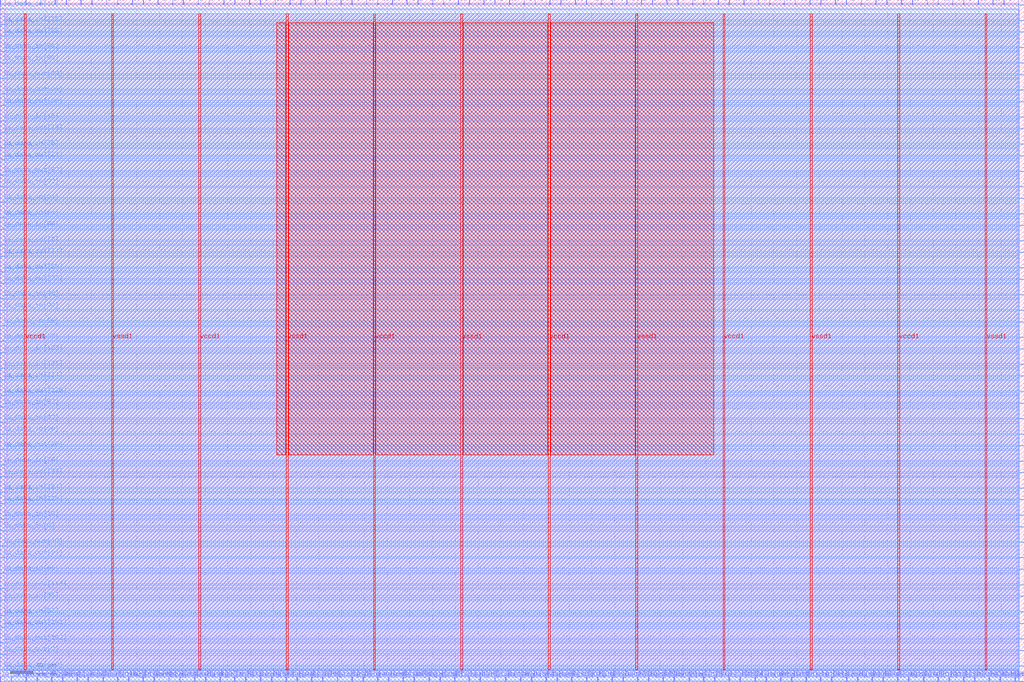
<source format=lef>
VERSION 5.7 ;
  NOWIREEXTENSIONATPIN ON ;
  DIVIDERCHAR "/" ;
  BUSBITCHARS "[]" ;
MACRO FSM
  CLASS BLOCK ;
  FOREIGN FSM ;
  ORIGIN 0.000 0.000 ;
  SIZE 900.000 BY 600.000 ;
  PIN la_data_in[0]
    DIRECTION INPUT ;
    USE SIGNAL ;
    PORT
      LAYER met3 ;
        RECT 0.000 132.640 4.000 133.240 ;
    END
  END la_data_in[0]
  PIN la_data_in[100]
    DIRECTION INPUT ;
    USE SIGNAL ;
    PORT
      LAYER met3 ;
        RECT 896.000 278.840 900.000 279.440 ;
    END
  END la_data_in[100]
  PIN la_data_in[101]
    DIRECTION INPUT ;
    USE SIGNAL ;
    PORT
      LAYER met2 ;
        RECT 711.710 596.000 711.990 600.000 ;
    END
  END la_data_in[101]
  PIN la_data_in[102]
    DIRECTION INPUT ;
    USE SIGNAL ;
    PORT
      LAYER met2 ;
        RECT 93.470 596.000 93.750 600.000 ;
    END
  END la_data_in[102]
  PIN la_data_in[103]
    DIRECTION INPUT ;
    USE SIGNAL ;
    PORT
      LAYER met2 ;
        RECT 389.710 596.000 389.990 600.000 ;
    END
  END la_data_in[103]
  PIN la_data_in[104]
    DIRECTION INPUT ;
    USE SIGNAL ;
    PORT
      LAYER met3 ;
        RECT 0.000 166.640 4.000 167.240 ;
    END
  END la_data_in[104]
  PIN la_data_in[105]
    DIRECTION INPUT ;
    USE SIGNAL ;
    PORT
      LAYER met2 ;
        RECT 731.030 0.000 731.310 4.000 ;
    END
  END la_data_in[105]
  PIN la_data_in[106]
    DIRECTION INPUT ;
    USE SIGNAL ;
    PORT
      LAYER met2 ;
        RECT 354.290 0.000 354.570 4.000 ;
    END
  END la_data_in[106]
  PIN la_data_in[107]
    DIRECTION INPUT ;
    USE SIGNAL ;
    PORT
      LAYER met3 ;
        RECT 896.000 363.840 900.000 364.440 ;
    END
  END la_data_in[107]
  PIN la_data_in[108]
    DIRECTION INPUT ;
    USE SIGNAL ;
    PORT
      LAYER met3 ;
        RECT 896.000 292.440 900.000 293.040 ;
    END
  END la_data_in[108]
  PIN la_data_in[109]
    DIRECTION INPUT ;
    USE SIGNAL ;
    PORT
      LAYER met2 ;
        RECT 170.750 0.000 171.030 4.000 ;
    END
  END la_data_in[109]
  PIN la_data_in[10]
    DIRECTION INPUT ;
    USE SIGNAL ;
    PORT
      LAYER met3 ;
        RECT 0.000 142.840 4.000 143.440 ;
    END
  END la_data_in[10]
  PIN la_data_in[110]
    DIRECTION INPUT ;
    USE SIGNAL ;
    PORT
      LAYER met3 ;
        RECT 0.000 156.440 4.000 157.040 ;
    END
  END la_data_in[110]
  PIN la_data_in[111]
    DIRECTION INPUT ;
    USE SIGNAL ;
    PORT
      LAYER met2 ;
        RECT 798.650 0.000 798.930 4.000 ;
    END
  END la_data_in[111]
  PIN la_data_in[112]
    DIRECTION INPUT ;
    USE SIGNAL ;
    PORT
      LAYER met2 ;
        RECT 586.130 596.000 586.410 600.000 ;
    END
  END la_data_in[112]
  PIN la_data_in[113]
    DIRECTION INPUT ;
    USE SIGNAL ;
    PORT
      LAYER met2 ;
        RECT 264.130 596.000 264.410 600.000 ;
    END
  END la_data_in[113]
  PIN la_data_in[114]
    DIRECTION INPUT ;
    USE SIGNAL ;
    PORT
      LAYER met3 ;
        RECT 0.000 265.240 4.000 265.840 ;
    END
  END la_data_in[114]
  PIN la_data_in[115]
    DIRECTION INPUT ;
    USE SIGNAL ;
    PORT
      LAYER met2 ;
        RECT 698.830 596.000 699.110 600.000 ;
    END
  END la_data_in[115]
  PIN la_data_in[116]
    DIRECTION INPUT ;
    USE SIGNAL ;
    PORT
      LAYER met3 ;
        RECT 896.000 255.040 900.000 255.640 ;
    END
  END la_data_in[116]
  PIN la_data_in[117]
    DIRECTION INPUT ;
    USE SIGNAL ;
    PORT
      LAYER met2 ;
        RECT 766.450 0.000 766.730 4.000 ;
    END
  END la_data_in[117]
  PIN la_data_in[118]
    DIRECTION INPUT ;
    USE SIGNAL ;
    PORT
      LAYER met2 ;
        RECT 380.050 596.000 380.330 600.000 ;
    END
  END la_data_in[118]
  PIN la_data_in[119]
    DIRECTION INPUT ;
    USE SIGNAL ;
    PORT
      LAYER met2 ;
        RECT 35.510 596.000 35.790 600.000 ;
    END
  END la_data_in[119]
  PIN la_data_in[11]
    DIRECTION INPUT ;
    USE SIGNAL ;
    PORT
      LAYER met2 ;
        RECT 573.250 596.000 573.530 600.000 ;
    END
  END la_data_in[11]
  PIN la_data_in[120]
    DIRECTION INPUT ;
    USE SIGNAL ;
    PORT
      LAYER met3 ;
        RECT 0.000 10.240 4.000 10.840 ;
    END
  END la_data_in[120]
  PIN la_data_in[121]
    DIRECTION INPUT ;
    USE SIGNAL ;
    PORT
      LAYER met2 ;
        RECT 344.630 596.000 344.910 600.000 ;
    END
  END la_data_in[121]
  PIN la_data_in[122]
    DIRECTION INPUT ;
    USE SIGNAL ;
    PORT
      LAYER met2 ;
        RECT 882.370 596.000 882.650 600.000 ;
    END
  END la_data_in[122]
  PIN la_data_in[123]
    DIRECTION INPUT ;
    USE SIGNAL ;
    PORT
      LAYER met3 ;
        RECT 0.000 289.040 4.000 289.640 ;
    END
  END la_data_in[123]
  PIN la_data_in[124]
    DIRECTION INPUT ;
    USE SIGNAL ;
    PORT
      LAYER met3 ;
        RECT 896.000 244.840 900.000 245.440 ;
    END
  END la_data_in[124]
  PIN la_data_in[125]
    DIRECTION INPUT ;
    USE SIGNAL ;
    PORT
      LAYER met3 ;
        RECT 0.000 578.040 4.000 578.640 ;
    END
  END la_data_in[125]
  PIN la_data_in[126]
    DIRECTION INPUT ;
    USE SIGNAL ;
    PORT
      LAYER met3 ;
        RECT 0.000 275.440 4.000 276.040 ;
    END
  END la_data_in[126]
  PIN la_data_in[127]
    DIRECTION INPUT ;
    USE SIGNAL ;
    PORT
      LAYER met2 ;
        RECT 618.330 0.000 618.610 4.000 ;
    END
  END la_data_in[127]
  PIN la_data_in[12]
    DIRECTION INPUT ;
    USE SIGNAL ;
    PORT
      LAYER met2 ;
        RECT 215.830 0.000 216.110 4.000 ;
    END
  END la_data_in[12]
  PIN la_data_in[13]
    DIRECTION INPUT ;
    USE SIGNAL ;
    PORT
      LAYER met3 ;
        RECT 896.000 159.840 900.000 160.440 ;
    END
  END la_data_in[13]
  PIN la_data_in[14]
    DIRECTION INPUT ;
    USE SIGNAL ;
    PORT
      LAYER met2 ;
        RECT 58.050 596.000 58.330 600.000 ;
    END
  END la_data_in[14]
  PIN la_data_in[15]
    DIRECTION INPUT ;
    USE SIGNAL ;
    PORT
      LAYER met3 ;
        RECT 0.000 493.040 4.000 493.640 ;
    END
  END la_data_in[15]
  PIN la_data_in[16]
    DIRECTION INPUT ;
    USE SIGNAL ;
    PORT
      LAYER met2 ;
        RECT 138.550 596.000 138.830 600.000 ;
    END
  END la_data_in[16]
  PIN la_data_in[17]
    DIRECTION INPUT ;
    USE SIGNAL ;
    PORT
      LAYER met2 ;
        RECT 112.790 0.000 113.070 4.000 ;
    END
  END la_data_in[17]
  PIN la_data_in[18]
    DIRECTION INPUT ;
    USE SIGNAL ;
    PORT
      LAYER met3 ;
        RECT 0.000 591.640 4.000 592.240 ;
    END
  END la_data_in[18]
  PIN la_data_in[19]
    DIRECTION INPUT ;
    USE SIGNAL ;
    PORT
      LAYER met2 ;
        RECT 32.290 0.000 32.570 4.000 ;
    END
  END la_data_in[19]
  PIN la_data_in[1]
    DIRECTION INPUT ;
    USE SIGNAL ;
    PORT
      LAYER met3 ;
        RECT 896.000 326.440 900.000 327.040 ;
    END
  END la_data_in[1]
  PIN la_data_in[20]
    DIRECTION INPUT ;
    USE SIGNAL ;
    PORT
      LAYER met2 ;
        RECT 689.170 596.000 689.450 600.000 ;
    END
  END la_data_in[20]
  PIN la_data_in[21]
    DIRECTION INPUT ;
    USE SIGNAL ;
    PORT
      LAYER met3 ;
        RECT 896.000 146.240 900.000 146.840 ;
    END
  END la_data_in[21]
  PIN la_data_in[22]
    DIRECTION INPUT ;
    USE SIGNAL ;
    PORT
      LAYER met2 ;
        RECT 363.950 0.000 364.230 4.000 ;
    END
  END la_data_in[22]
  PIN la_data_in[23]
    DIRECTION INPUT ;
    USE SIGNAL ;
    PORT
      LAYER met2 ;
        RECT 260.910 0.000 261.190 4.000 ;
    END
  END la_data_in[23]
  PIN la_data_in[24]
    DIRECTION INPUT ;
    USE SIGNAL ;
    PORT
      LAYER met2 ;
        RECT 0.090 596.000 0.370 600.000 ;
    END
  END la_data_in[24]
  PIN la_data_in[25]
    DIRECTION INPUT ;
    USE SIGNAL ;
    PORT
      LAYER met2 ;
        RECT 537.830 596.000 538.110 600.000 ;
    END
  END la_data_in[25]
  PIN la_data_in[26]
    DIRECTION INPUT ;
    USE SIGNAL ;
    PORT
      LAYER met3 ;
        RECT 896.000 74.840 900.000 75.440 ;
    END
  END la_data_in[26]
  PIN la_data_in[27]
    DIRECTION INPUT ;
    USE SIGNAL ;
    PORT
      LAYER met3 ;
        RECT 0.000 299.240 4.000 299.840 ;
    END
  END la_data_in[27]
  PIN la_data_in[28]
    DIRECTION INPUT ;
    USE SIGNAL ;
    PORT
      LAYER met3 ;
        RECT 896.000 0.040 900.000 0.640 ;
    END
  END la_data_in[28]
  PIN la_data_in[29]
    DIRECTION INPUT ;
    USE SIGNAL ;
    PORT
      LAYER met2 ;
        RECT 895.250 596.000 895.530 600.000 ;
    END
  END la_data_in[29]
  PIN la_data_in[2]
    DIRECTION INPUT ;
    USE SIGNAL ;
    PORT
      LAYER met3 ;
        RECT 896.000 571.240 900.000 571.840 ;
    END
  END la_data_in[2]
  PIN la_data_in[30]
    DIRECTION INPUT ;
    USE SIGNAL ;
    PORT
      LAYER met3 ;
        RECT 896.000 353.640 900.000 354.240 ;
    END
  END la_data_in[30]
  PIN la_data_in[31]
    DIRECTION INPUT ;
    USE SIGNAL ;
    PORT
      LAYER met2 ;
        RECT 618.330 596.000 618.610 600.000 ;
    END
  END la_data_in[31]
  PIN la_data_in[32]
    DIRECTION INPUT ;
    USE SIGNAL ;
    PORT
      LAYER met2 ;
        RECT 283.450 0.000 283.730 4.000 ;
    END
  END la_data_in[32]
  PIN la_data_in[33]
    DIRECTION INPUT ;
    USE SIGNAL ;
    PORT
      LAYER met2 ;
        RECT 399.370 0.000 399.650 4.000 ;
    END
  END la_data_in[33]
  PIN la_data_in[34]
    DIRECTION INPUT ;
    USE SIGNAL ;
    PORT
      LAYER met2 ;
        RECT 570.030 0.000 570.310 4.000 ;
    END
  END la_data_in[34]
  PIN la_data_in[35]
    DIRECTION INPUT ;
    USE SIGNAL ;
    PORT
      LAYER met2 ;
        RECT 241.590 596.000 241.870 600.000 ;
    END
  END la_data_in[35]
  PIN la_data_in[36]
    DIRECTION INPUT ;
    USE SIGNAL ;
    PORT
      LAYER met3 ;
        RECT 896.000 520.240 900.000 520.840 ;
    END
  END la_data_in[36]
  PIN la_data_in[37]
    DIRECTION INPUT ;
    USE SIGNAL ;
    PORT
      LAYER met2 ;
        RECT 695.610 0.000 695.890 4.000 ;
    END
  END la_data_in[37]
  PIN la_data_in[38]
    DIRECTION INPUT ;
    USE SIGNAL ;
    PORT
      LAYER met2 ;
        RECT 856.610 0.000 856.890 4.000 ;
    END
  END la_data_in[38]
  PIN la_data_in[39]
    DIRECTION INPUT ;
    USE SIGNAL ;
    PORT
      LAYER met3 ;
        RECT 896.000 387.640 900.000 388.240 ;
    END
  END la_data_in[39]
  PIN la_data_in[3]
    DIRECTION INPUT ;
    USE SIGNAL ;
    PORT
      LAYER met2 ;
        RECT 769.670 596.000 769.950 600.000 ;
    END
  END la_data_in[3]
  PIN la_data_in[40]
    DIRECTION INPUT ;
    USE SIGNAL ;
    PORT
      LAYER met2 ;
        RECT 296.330 0.000 296.610 4.000 ;
    END
  END la_data_in[40]
  PIN la_data_in[41]
    DIRECTION INPUT ;
    USE SIGNAL ;
    PORT
      LAYER met3 ;
        RECT 896.000 435.240 900.000 435.840 ;
    END
  END la_data_in[41]
  PIN la_data_in[42]
    DIRECTION INPUT ;
    USE SIGNAL ;
    PORT
      LAYER met3 ;
        RECT 0.000 227.840 4.000 228.440 ;
    END
  END la_data_in[42]
  PIN la_data_in[43]
    DIRECTION INPUT ;
    USE SIGNAL ;
    PORT
      LAYER met2 ;
        RECT 277.010 596.000 277.290 600.000 ;
    END
  END la_data_in[43]
  PIN la_data_in[44]
    DIRECTION INPUT ;
    USE SIGNAL ;
    PORT
      LAYER met3 ;
        RECT 896.000 217.640 900.000 218.240 ;
    END
  END la_data_in[44]
  PIN la_data_in[45]
    DIRECTION INPUT ;
    USE SIGNAL ;
    PORT
      LAYER met3 ;
        RECT 896.000 544.040 900.000 544.640 ;
    END
  END la_data_in[45]
  PIN la_data_in[46]
    DIRECTION INPUT ;
    USE SIGNAL ;
    PORT
      LAYER met2 ;
        RECT 846.950 0.000 847.230 4.000 ;
    END
  END la_data_in[46]
  PIN la_data_in[47]
    DIRECTION INPUT ;
    USE SIGNAL ;
    PORT
      LAYER met2 ;
        RECT 180.410 0.000 180.690 4.000 ;
    END
  END la_data_in[47]
  PIN la_data_in[48]
    DIRECTION INPUT ;
    USE SIGNAL ;
    PORT
      LAYER met2 ;
        RECT 444.450 0.000 444.730 4.000 ;
    END
  END la_data_in[48]
  PIN la_data_in[49]
    DIRECTION INPUT ;
    USE SIGNAL ;
    PORT
      LAYER met2 ;
        RECT 492.750 596.000 493.030 600.000 ;
    END
  END la_data_in[49]
  PIN la_data_in[4]
    DIRECTION INPUT ;
    USE SIGNAL ;
    PORT
      LAYER met2 ;
        RECT 627.990 0.000 628.270 4.000 ;
    END
  END la_data_in[4]
  PIN la_data_in[50]
    DIRECTION INPUT ;
    USE SIGNAL ;
    PORT
      LAYER met3 ;
        RECT 0.000 554.240 4.000 554.840 ;
    END
  END la_data_in[50]
  PIN la_data_in[51]
    DIRECTION INPUT ;
    USE SIGNAL ;
    PORT
      LAYER met2 ;
        RECT 814.750 596.000 815.030 600.000 ;
    END
  END la_data_in[51]
  PIN la_data_in[52]
    DIRECTION INPUT ;
    USE SIGNAL ;
    PORT
      LAYER met2 ;
        RECT 756.790 596.000 757.070 600.000 ;
    END
  END la_data_in[52]
  PIN la_data_in[53]
    DIRECTION INPUT ;
    USE SIGNAL ;
    PORT
      LAYER met3 ;
        RECT 0.000 241.440 4.000 242.040 ;
    END
  END la_data_in[53]
  PIN la_data_in[54]
    DIRECTION INPUT ;
    USE SIGNAL ;
    PORT
      LAYER met2 ;
        RECT 563.590 596.000 563.870 600.000 ;
    END
  END la_data_in[54]
  PIN la_data_in[55]
    DIRECTION INPUT ;
    USE SIGNAL ;
    PORT
      LAYER met2 ;
        RECT 421.910 0.000 422.190 4.000 ;
    END
  END la_data_in[55]
  PIN la_data_in[56]
    DIRECTION INPUT ;
    USE SIGNAL ;
    PORT
      LAYER met2 ;
        RECT 502.410 0.000 502.690 4.000 ;
    END
  END la_data_in[56]
  PIN la_data_in[57]
    DIRECTION INPUT ;
    USE SIGNAL ;
    PORT
      LAYER met3 ;
        RECT 0.000 57.840 4.000 58.440 ;
    END
  END la_data_in[57]
  PIN la_data_in[58]
    DIRECTION INPUT ;
    USE SIGNAL ;
    PORT
      LAYER met3 ;
        RECT 0.000 312.840 4.000 313.440 ;
    END
  END la_data_in[58]
  PIN la_data_in[59]
    DIRECTION INPUT ;
    USE SIGNAL ;
    PORT
      LAYER met2 ;
        RECT 592.570 0.000 592.850 4.000 ;
    END
  END la_data_in[59]
  PIN la_data_in[5]
    DIRECTION INPUT ;
    USE SIGNAL ;
    PORT
      LAYER met3 ;
        RECT 896.000 472.640 900.000 473.240 ;
    END
  END la_data_in[5]
  PIN la_data_in[60]
    DIRECTION INPUT ;
    USE SIGNAL ;
    PORT
      LAYER met3 ;
        RECT 0.000 544.040 4.000 544.640 ;
    END
  END la_data_in[60]
  PIN la_data_in[61]
    DIRECTION INPUT ;
    USE SIGNAL ;
    PORT
      LAYER met2 ;
        RECT 650.530 0.000 650.810 4.000 ;
    END
  END la_data_in[61]
  PIN la_data_in[62]
    DIRECTION INPUT ;
    USE SIGNAL ;
    PORT
      LAYER met2 ;
        RECT 743.910 596.000 744.190 600.000 ;
    END
  END la_data_in[62]
  PIN la_data_in[63]
    DIRECTION INPUT ;
    USE SIGNAL ;
    PORT
      LAYER met2 ;
        RECT 663.410 0.000 663.690 4.000 ;
    END
  END la_data_in[63]
  PIN la_data_in[64]
    DIRECTION INPUT ;
    USE SIGNAL ;
    PORT
      LAYER met2 ;
        RECT 309.210 0.000 309.490 4.000 ;
    END
  END la_data_in[64]
  PIN la_data_in[65]
    DIRECTION INPUT ;
    USE SIGNAL ;
    PORT
      LAYER met3 ;
        RECT 896.000 411.440 900.000 412.040 ;
    END
  END la_data_in[65]
  PIN la_data_in[66]
    DIRECTION INPUT ;
    USE SIGNAL ;
    PORT
      LAYER met2 ;
        RECT 402.590 596.000 402.870 600.000 ;
    END
  END la_data_in[66]
  PIN la_data_in[67]
    DIRECTION INPUT ;
    USE SIGNAL ;
    PORT
      LAYER met2 ;
        RECT 90.250 0.000 90.530 4.000 ;
    END
  END la_data_in[67]
  PIN la_data_in[68]
    DIRECTION INPUT ;
    USE SIGNAL ;
    PORT
      LAYER met2 ;
        RECT 460.550 596.000 460.830 600.000 ;
    END
  END la_data_in[68]
  PIN la_data_in[69]
    DIRECTION INPUT ;
    USE SIGNAL ;
    PORT
      LAYER met2 ;
        RECT 196.510 596.000 196.790 600.000 ;
    END
  END la_data_in[69]
  PIN la_data_in[6]
    DIRECTION INPUT ;
    USE SIGNAL ;
    PORT
      LAYER met2 ;
        RECT 673.070 0.000 673.350 4.000 ;
    END
  END la_data_in[6]
  PIN la_data_in[70]
    DIRECTION INPUT ;
    USE SIGNAL ;
    PORT
      LAYER met3 ;
        RECT 896.000 27.240 900.000 27.840 ;
    END
  END la_data_in[70]
  PIN la_data_in[71]
    DIRECTION INPUT ;
    USE SIGNAL ;
    PORT
      LAYER met2 ;
        RECT 228.710 596.000 228.990 600.000 ;
    END
  END la_data_in[71]
  PIN la_data_in[72]
    DIRECTION INPUT ;
    USE SIGNAL ;
    PORT
      LAYER met2 ;
        RECT 676.290 596.000 676.570 600.000 ;
    END
  END la_data_in[72]
  PIN la_data_in[73]
    DIRECTION INPUT ;
    USE SIGNAL ;
    PORT
      LAYER met2 ;
        RECT 125.670 0.000 125.950 4.000 ;
    END
  END la_data_in[73]
  PIN la_data_in[74]
    DIRECTION INPUT ;
    USE SIGNAL ;
    PORT
      LAYER met2 ;
        RECT 743.910 0.000 744.190 4.000 ;
    END
  END la_data_in[74]
  PIN la_data_in[75]
    DIRECTION INPUT ;
    USE SIGNAL ;
    PORT
      LAYER met2 ;
        RECT 309.210 596.000 309.490 600.000 ;
    END
  END la_data_in[75]
  PIN la_data_in[76]
    DIRECTION INPUT ;
    USE SIGNAL ;
    PORT
      LAYER met3 ;
        RECT 896.000 183.640 900.000 184.240 ;
    END
  END la_data_in[76]
  PIN la_data_in[77]
    DIRECTION INPUT ;
    USE SIGNAL ;
    PORT
      LAYER met2 ;
        RECT 77.370 0.000 77.650 4.000 ;
    END
  END la_data_in[77]
  PIN la_data_in[78]
    DIRECTION INPUT ;
    USE SIGNAL ;
    PORT
      LAYER met3 ;
        RECT 0.000 469.240 4.000 469.840 ;
    END
  END la_data_in[78]
  PIN la_data_in[79]
    DIRECTION INPUT ;
    USE SIGNAL ;
    PORT
      LAYER met3 ;
        RECT 0.000 190.440 4.000 191.040 ;
    END
  END la_data_in[79]
  PIN la_data_in[7]
    DIRECTION INPUT ;
    USE SIGNAL ;
    PORT
      LAYER met3 ;
        RECT 896.000 51.040 900.000 51.640 ;
    END
  END la_data_in[7]
  PIN la_data_in[80]
    DIRECTION INPUT ;
    USE SIGNAL ;
    PORT
      LAYER met2 ;
        RECT 331.750 596.000 332.030 600.000 ;
    END
  END la_data_in[80]
  PIN la_data_in[81]
    DIRECTION INPUT ;
    USE SIGNAL ;
    PORT
      LAYER met2 ;
        RECT 869.490 0.000 869.770 4.000 ;
    END
  END la_data_in[81]
  PIN la_data_in[82]
    DIRECTION INPUT ;
    USE SIGNAL ;
    PORT
      LAYER met2 ;
        RECT 22.630 596.000 22.910 600.000 ;
    END
  END la_data_in[82]
  PIN la_data_in[83]
    DIRECTION INPUT ;
    USE SIGNAL ;
    PORT
      LAYER met2 ;
        RECT 357.510 596.000 357.790 600.000 ;
    END
  END la_data_in[83]
  PIN la_data_in[84]
    DIRECTION INPUT ;
    USE SIGNAL ;
    PORT
      LAYER met3 ;
        RECT 0.000 408.040 4.000 408.640 ;
    END
  END la_data_in[84]
  PIN la_data_in[85]
    DIRECTION INPUT ;
    USE SIGNAL ;
    PORT
      LAYER met3 ;
        RECT 0.000 71.440 4.000 72.040 ;
    END
  END la_data_in[85]
  PIN la_data_in[86]
    DIRECTION INPUT ;
    USE SIGNAL ;
    PORT
      LAYER met3 ;
        RECT 0.000 336.640 4.000 337.240 ;
    END
  END la_data_in[86]
  PIN la_data_in[87]
    DIRECTION INPUT ;
    USE SIGNAL ;
    PORT
      LAYER met2 ;
        RECT 528.170 596.000 528.450 600.000 ;
    END
  END la_data_in[87]
  PIN la_data_in[88]
    DIRECTION INPUT ;
    USE SIGNAL ;
    PORT
      LAYER met2 ;
        RECT 251.250 0.000 251.530 4.000 ;
    END
  END la_data_in[88]
  PIN la_data_in[89]
    DIRECTION INPUT ;
    USE SIGNAL ;
    PORT
      LAYER met3 ;
        RECT 0.000 95.240 4.000 95.840 ;
    END
  END la_data_in[89]
  PIN la_data_in[8]
    DIRECTION INPUT ;
    USE SIGNAL ;
    PORT
      LAYER met2 ;
        RECT 550.710 596.000 550.990 600.000 ;
    END
  END la_data_in[8]
  PIN la_data_in[90]
    DIRECTION INPUT ;
    USE SIGNAL ;
    PORT
      LAYER met3 ;
        RECT 0.000 326.440 4.000 327.040 ;
    END
  END la_data_in[90]
  PIN la_data_in[91]
    DIRECTION INPUT ;
    USE SIGNAL ;
    PORT
      LAYER met3 ;
        RECT 0.000 421.640 4.000 422.240 ;
    END
  END la_data_in[91]
  PIN la_data_in[92]
    DIRECTION INPUT ;
    USE SIGNAL ;
    PORT
      LAYER met3 ;
        RECT 0.000 435.240 4.000 435.840 ;
    END
  END la_data_in[92]
  PIN la_data_in[93]
    DIRECTION INPUT ;
    USE SIGNAL ;
    PORT
      LAYER met2 ;
        RECT 70.930 596.000 71.210 600.000 ;
    END
  END la_data_in[93]
  PIN la_data_in[94]
    DIRECTION INPUT ;
    USE SIGNAL ;
    PORT
      LAYER met2 ;
        RECT 228.710 0.000 228.990 4.000 ;
    END
  END la_data_in[94]
  PIN la_data_in[95]
    DIRECTION INPUT ;
    USE SIGNAL ;
    PORT
      LAYER met3 ;
        RECT 896.000 231.240 900.000 231.840 ;
    END
  END la_data_in[95]
  PIN la_data_in[96]
    DIRECTION INPUT ;
    USE SIGNAL ;
    PORT
      LAYER met3 ;
        RECT 896.000 595.040 900.000 595.640 ;
    END
  END la_data_in[96]
  PIN la_data_in[97]
    DIRECTION INPUT ;
    USE SIGNAL ;
    PORT
      LAYER met2 ;
        RECT 219.050 596.000 219.330 600.000 ;
    END
  END la_data_in[97]
  PIN la_data_in[98]
    DIRECTION INPUT ;
    USE SIGNAL ;
    PORT
      LAYER met3 ;
        RECT 0.000 217.640 4.000 218.240 ;
    END
  END la_data_in[98]
  PIN la_data_in[99]
    DIRECTION INPUT ;
    USE SIGNAL ;
    PORT
      LAYER met3 ;
        RECT 0.000 397.840 4.000 398.440 ;
    END
  END la_data_in[99]
  PIN la_data_in[9]
    DIRECTION INPUT ;
    USE SIGNAL ;
    PORT
      LAYER met2 ;
        RECT 116.010 596.000 116.290 600.000 ;
    END
  END la_data_in[9]
  PIN la_data_out[0]
    DIRECTION OUTPUT TRISTATE ;
    USE SIGNAL ;
    PORT
      LAYER met3 ;
        RECT 0.000 384.240 4.000 384.840 ;
    END
  END la_data_out[0]
  PIN la_data_out[100]
    DIRECTION OUTPUT TRISTATE ;
    USE SIGNAL ;
    PORT
      LAYER met2 ;
        RECT 483.090 596.000 483.370 600.000 ;
    END
  END la_data_out[100]
  PIN la_data_out[101]
    DIRECTION OUTPUT TRISTATE ;
    USE SIGNAL ;
    PORT
      LAYER met3 ;
        RECT 0.000 47.640 4.000 48.240 ;
    END
  END la_data_out[101]
  PIN la_data_out[102]
    DIRECTION OUTPUT TRISTATE ;
    USE SIGNAL ;
    PORT
      LAYER met3 ;
        RECT 0.000 34.040 4.000 34.640 ;
    END
  END la_data_out[102]
  PIN la_data_out[103]
    DIRECTION OUTPUT TRISTATE ;
    USE SIGNAL ;
    PORT
      LAYER met2 ;
        RECT 470.210 596.000 470.490 600.000 ;
    END
  END la_data_out[103]
  PIN la_data_out[104]
    DIRECTION OUTPUT TRISTATE ;
    USE SIGNAL ;
    PORT
      LAYER met2 ;
        RECT 824.410 0.000 824.690 4.000 ;
    END
  END la_data_out[104]
  PIN la_data_out[105]
    DIRECTION OUTPUT TRISTATE ;
    USE SIGNAL ;
    PORT
      LAYER met2 ;
        RECT 412.250 0.000 412.530 4.000 ;
    END
  END la_data_out[105]
  PIN la_data_out[106]
    DIRECTION OUTPUT TRISTATE ;
    USE SIGNAL ;
    PORT
      LAYER met3 ;
        RECT 896.000 268.640 900.000 269.240 ;
    END
  END la_data_out[106]
  PIN la_data_out[107]
    DIRECTION OUTPUT TRISTATE ;
    USE SIGNAL ;
    PORT
      LAYER met2 ;
        RECT 605.450 0.000 605.730 4.000 ;
    END
  END la_data_out[107]
  PIN la_data_out[108]
    DIRECTION OUTPUT TRISTATE ;
    USE SIGNAL ;
    PORT
      LAYER met3 ;
        RECT 896.000 448.840 900.000 449.440 ;
    END
  END la_data_out[108]
  PIN la_data_out[109]
    DIRECTION OUTPUT TRISTATE ;
    USE SIGNAL ;
    PORT
      LAYER met2 ;
        RECT 515.290 0.000 515.570 4.000 ;
    END
  END la_data_out[109]
  PIN la_data_out[10]
    DIRECTION OUTPUT TRISTATE ;
    USE SIGNAL ;
    PORT
      LAYER met2 ;
        RECT 837.290 596.000 837.570 600.000 ;
    END
  END la_data_out[10]
  PIN la_data_out[110]
    DIRECTION OUTPUT TRISTATE ;
    USE SIGNAL ;
    PORT
      LAYER met2 ;
        RECT 67.710 0.000 67.990 4.000 ;
    END
  END la_data_out[110]
  PIN la_data_out[111]
    DIRECTION OUTPUT TRISTATE ;
    USE SIGNAL ;
    PORT
      LAYER met2 ;
        RECT 834.070 0.000 834.350 4.000 ;
    END
  END la_data_out[111]
  PIN la_data_out[112]
    DIRECTION OUTPUT TRISTATE ;
    USE SIGNAL ;
    PORT
      LAYER met2 ;
        RECT 318.870 0.000 319.150 4.000 ;
    END
  END la_data_out[112]
  PIN la_data_out[113]
    DIRECTION OUTPUT TRISTATE ;
    USE SIGNAL ;
    PORT
      LAYER met3 ;
        RECT 896.000 37.440 900.000 38.040 ;
    END
  END la_data_out[113]
  PIN la_data_out[114]
    DIRECTION OUTPUT TRISTATE ;
    USE SIGNAL ;
    PORT
      LAYER met2 ;
        RECT 173.970 596.000 174.250 600.000 ;
    END
  END la_data_out[114]
  PIN la_data_out[115]
    DIRECTION OUTPUT TRISTATE ;
    USE SIGNAL ;
    PORT
      LAYER met2 ;
        RECT 537.830 0.000 538.110 4.000 ;
    END
  END la_data_out[115]
  PIN la_data_out[116]
    DIRECTION OUTPUT TRISTATE ;
    USE SIGNAL ;
    PORT
      LAYER met3 ;
        RECT 0.000 81.640 4.000 82.240 ;
    END
  END la_data_out[116]
  PIN la_data_out[117]
    DIRECTION OUTPUT TRISTATE ;
    USE SIGNAL ;
    PORT
      LAYER met2 ;
        RECT 367.170 596.000 367.450 600.000 ;
    END
  END la_data_out[117]
  PIN la_data_out[118]
    DIRECTION OUTPUT TRISTATE ;
    USE SIGNAL ;
    PORT
      LAYER met3 ;
        RECT 896.000 122.440 900.000 123.040 ;
    END
  END la_data_out[118]
  PIN la_data_out[119]
    DIRECTION OUTPUT TRISTATE ;
    USE SIGNAL ;
    PORT
      LAYER met2 ;
        RECT 792.210 596.000 792.490 600.000 ;
    END
  END la_data_out[119]
  PIN la_data_out[11]
    DIRECTION OUTPUT TRISTATE ;
    USE SIGNAL ;
    PORT
      LAYER met2 ;
        RECT 824.410 596.000 824.690 600.000 ;
    END
  END la_data_out[11]
  PIN la_data_out[120]
    DIRECTION OUTPUT TRISTATE ;
    USE SIGNAL ;
    PORT
      LAYER met2 ;
        RECT 685.950 0.000 686.230 4.000 ;
    END
  END la_data_out[120]
  PIN la_data_out[121]
    DIRECTION OUTPUT TRISTATE ;
    USE SIGNAL ;
    PORT
      LAYER met2 ;
        RECT 734.250 596.000 734.530 600.000 ;
    END
  END la_data_out[121]
  PIN la_data_out[122]
    DIRECTION OUTPUT TRISTATE ;
    USE SIGNAL ;
    PORT
      LAYER met2 ;
        RECT 505.630 596.000 505.910 600.000 ;
    END
  END la_data_out[122]
  PIN la_data_out[123]
    DIRECTION OUTPUT TRISTATE ;
    USE SIGNAL ;
    PORT
      LAYER met3 ;
        RECT 896.000 496.440 900.000 497.040 ;
    END
  END la_data_out[123]
  PIN la_data_out[124]
    DIRECTION OUTPUT TRISTATE ;
    USE SIGNAL ;
    PORT
      LAYER met2 ;
        RECT 872.710 596.000 872.990 600.000 ;
    END
  END la_data_out[124]
  PIN la_data_out[125]
    DIRECTION OUTPUT TRISTATE ;
    USE SIGNAL ;
    PORT
      LAYER met2 ;
        RECT 631.210 596.000 631.490 600.000 ;
    END
  END la_data_out[125]
  PIN la_data_out[126]
    DIRECTION OUTPUT TRISTATE ;
    USE SIGNAL ;
    PORT
      LAYER met3 ;
        RECT 0.000 251.640 4.000 252.240 ;
    END
  END la_data_out[126]
  PIN la_data_out[127]
    DIRECTION OUTPUT TRISTATE ;
    USE SIGNAL ;
    PORT
      LAYER met2 ;
        RECT 412.250 596.000 412.530 600.000 ;
    END
  END la_data_out[127]
  PIN la_data_out[12]
    DIRECTION OUTPUT TRISTATE ;
    USE SIGNAL ;
    PORT
      LAYER met3 ;
        RECT 896.000 136.040 900.000 136.640 ;
    END
  END la_data_out[12]
  PIN la_data_out[13]
    DIRECTION OUTPUT TRISTATE ;
    USE SIGNAL ;
    PORT
      LAYER met3 ;
        RECT 896.000 108.840 900.000 109.440 ;
    END
  END la_data_out[13]
  PIN la_data_out[14]
    DIRECTION OUTPUT TRISTATE ;
    USE SIGNAL ;
    PORT
      LAYER met2 ;
        RECT 151.430 596.000 151.710 600.000 ;
    END
  END la_data_out[14]
  PIN la_data_out[15]
    DIRECTION OUTPUT TRISTATE ;
    USE SIGNAL ;
    PORT
      LAYER met3 ;
        RECT 896.000 61.240 900.000 61.840 ;
    END
  END la_data_out[15]
  PIN la_data_out[16]
    DIRECTION OUTPUT TRISTATE ;
    USE SIGNAL ;
    PORT
      LAYER met2 ;
        RECT 788.990 0.000 789.270 4.000 ;
    END
  END la_data_out[16]
  PIN la_data_out[17]
    DIRECTION OUTPUT TRISTATE ;
    USE SIGNAL ;
    PORT
      LAYER met2 ;
        RECT 582.910 0.000 583.190 4.000 ;
    END
  END la_data_out[17]
  PIN la_data_out[18]
    DIRECTION OUTPUT TRISTATE ;
    USE SIGNAL ;
    PORT
      LAYER met3 ;
        RECT 896.000 557.640 900.000 558.240 ;
    END
  END la_data_out[18]
  PIN la_data_out[19]
    DIRECTION OUTPUT TRISTATE ;
    USE SIGNAL ;
    PORT
      LAYER met3 ;
        RECT 0.000 119.040 4.000 119.640 ;
    END
  END la_data_out[19]
  PIN la_data_out[1]
    DIRECTION OUTPUT TRISTATE ;
    USE SIGNAL ;
    PORT
      LAYER met2 ;
        RECT 341.410 0.000 341.690 4.000 ;
    END
  END la_data_out[1]
  PIN la_data_out[20]
    DIRECTION OUTPUT TRISTATE ;
    USE SIGNAL ;
    PORT
      LAYER met2 ;
        RECT 206.170 596.000 206.450 600.000 ;
    END
  END la_data_out[20]
  PIN la_data_out[21]
    DIRECTION OUTPUT TRISTATE ;
    USE SIGNAL ;
    PORT
      LAYER met2 ;
        RECT 753.570 0.000 753.850 4.000 ;
    END
  END la_data_out[21]
  PIN la_data_out[22]
    DIRECTION OUTPUT TRISTATE ;
    USE SIGNAL ;
    PORT
      LAYER met2 ;
        RECT 595.790 596.000 596.070 600.000 ;
    END
  END la_data_out[22]
  PIN la_data_out[23]
    DIRECTION OUTPUT TRISTATE ;
    USE SIGNAL ;
    PORT
      LAYER met3 ;
        RECT 0.000 516.840 4.000 517.440 ;
    END
  END la_data_out[23]
  PIN la_data_out[24]
    DIRECTION OUTPUT TRISTATE ;
    USE SIGNAL ;
    PORT
      LAYER met3 ;
        RECT 0.000 459.040 4.000 459.640 ;
    END
  END la_data_out[24]
  PIN la_data_out[25]
    DIRECTION OUTPUT TRISTATE ;
    USE SIGNAL ;
    PORT
      LAYER met3 ;
        RECT 0.000 204.040 4.000 204.640 ;
    END
  END la_data_out[25]
  PIN la_data_out[26]
    DIRECTION OUTPUT TRISTATE ;
    USE SIGNAL ;
    PORT
      LAYER met3 ;
        RECT 0.000 506.640 4.000 507.240 ;
    END
  END la_data_out[26]
  PIN la_data_out[27]
    DIRECTION OUTPUT TRISTATE ;
    USE SIGNAL ;
    PORT
      LAYER met3 ;
        RECT 896.000 340.040 900.000 340.640 ;
    END
  END la_data_out[27]
  PIN la_data_out[28]
    DIRECTION OUTPUT TRISTATE ;
    USE SIGNAL ;
    PORT
      LAYER met2 ;
        RECT 238.370 0.000 238.650 4.000 ;
    END
  END la_data_out[28]
  PIN la_data_out[29]
    DIRECTION OUTPUT TRISTATE ;
    USE SIGNAL ;
    PORT
      LAYER met3 ;
        RECT 896.000 510.040 900.000 510.640 ;
    END
  END la_data_out[29]
  PIN la_data_out[2]
    DIRECTION OUTPUT TRISTATE ;
    USE SIGNAL ;
    PORT
      LAYER met3 ;
        RECT 0.000 23.840 4.000 24.440 ;
    END
  END la_data_out[2]
  PIN la_data_out[30]
    DIRECTION OUTPUT TRISTATE ;
    USE SIGNAL ;
    PORT
      LAYER met2 ;
        RECT 489.530 0.000 489.810 4.000 ;
    END
  END la_data_out[30]
  PIN la_data_out[31]
    DIRECTION OUTPUT TRISTATE ;
    USE SIGNAL ;
    PORT
      LAYER met3 ;
        RECT 896.000 533.840 900.000 534.440 ;
    END
  END la_data_out[31]
  PIN la_data_out[32]
    DIRECTION OUTPUT TRISTATE ;
    USE SIGNAL ;
    PORT
      LAYER met2 ;
        RECT 479.870 0.000 480.150 4.000 ;
    END
  END la_data_out[32]
  PIN la_data_out[33]
    DIRECTION OUTPUT TRISTATE ;
    USE SIGNAL ;
    PORT
      LAYER met2 ;
        RECT 193.290 0.000 193.570 4.000 ;
    END
  END la_data_out[33]
  PIN la_data_out[34]
    DIRECTION OUTPUT TRISTATE ;
    USE SIGNAL ;
    PORT
      LAYER met2 ;
        RECT 183.630 596.000 183.910 600.000 ;
    END
  END la_data_out[34]
  PIN la_data_out[35]
    DIRECTION OUTPUT TRISTATE ;
    USE SIGNAL ;
    PORT
      LAYER met2 ;
        RECT 640.870 0.000 641.150 4.000 ;
    END
  END la_data_out[35]
  PIN la_data_out[36]
    DIRECTION OUTPUT TRISTATE ;
    USE SIGNAL ;
    PORT
      LAYER met2 ;
        RECT 811.530 0.000 811.810 4.000 ;
    END
  END la_data_out[36]
  PIN la_data_out[37]
    DIRECTION OUTPUT TRISTATE ;
    USE SIGNAL ;
    PORT
      LAYER met2 ;
        RECT 640.870 596.000 641.150 600.000 ;
    END
  END la_data_out[37]
  PIN la_data_out[38]
    DIRECTION OUTPUT TRISTATE ;
    USE SIGNAL ;
    PORT
      LAYER met3 ;
        RECT 896.000 316.240 900.000 316.840 ;
    END
  END la_data_out[38]
  PIN la_data_out[39]
    DIRECTION OUTPUT TRISTATE ;
    USE SIGNAL ;
    PORT
      LAYER met2 ;
        RECT 286.670 596.000 286.950 600.000 ;
    END
  END la_data_out[39]
  PIN la_data_out[3]
    DIRECTION OUTPUT TRISTATE ;
    USE SIGNAL ;
    PORT
      LAYER met2 ;
        RECT 322.090 596.000 322.370 600.000 ;
    END
  END la_data_out[3]
  PIN la_data_out[40]
    DIRECTION OUTPUT TRISTATE ;
    USE SIGNAL ;
    PORT
      LAYER met2 ;
        RECT 299.550 596.000 299.830 600.000 ;
    END
  END la_data_out[40]
  PIN la_data_out[41]
    DIRECTION OUTPUT TRISTATE ;
    USE SIGNAL ;
    PORT
      LAYER met2 ;
        RECT 22.630 0.000 22.910 4.000 ;
    END
  END la_data_out[41]
  PIN la_data_out[42]
    DIRECTION OUTPUT TRISTATE ;
    USE SIGNAL ;
    PORT
      LAYER met2 ;
        RECT 135.330 0.000 135.610 4.000 ;
    END
  END la_data_out[42]
  PIN la_data_out[43]
    DIRECTION OUTPUT TRISTATE ;
    USE SIGNAL ;
    PORT
      LAYER met3 ;
        RECT 896.000 98.640 900.000 99.240 ;
    END
  END la_data_out[43]
  PIN la_data_out[44]
    DIRECTION OUTPUT TRISTATE ;
    USE SIGNAL ;
    PORT
      LAYER met2 ;
        RECT 376.830 0.000 377.110 4.000 ;
    END
  END la_data_out[44]
  PIN la_data_out[45]
    DIRECTION OUTPUT TRISTATE ;
    USE SIGNAL ;
    PORT
      LAYER met2 ;
        RECT 846.950 596.000 847.230 600.000 ;
    END
  END la_data_out[45]
  PIN la_data_out[46]
    DIRECTION OUTPUT TRISTATE ;
    USE SIGNAL ;
    PORT
      LAYER met2 ;
        RECT 80.590 596.000 80.870 600.000 ;
    END
  END la_data_out[46]
  PIN la_data_out[47]
    DIRECTION OUTPUT TRISTATE ;
    USE SIGNAL ;
    PORT
      LAYER met2 ;
        RECT 425.130 596.000 425.410 600.000 ;
    END
  END la_data_out[47]
  PIN la_data_out[48]
    DIRECTION OUTPUT TRISTATE ;
    USE SIGNAL ;
    PORT
      LAYER met3 ;
        RECT 0.000 530.440 4.000 531.040 ;
    END
  END la_data_out[48]
  PIN la_data_out[49]
    DIRECTION OUTPUT TRISTATE ;
    USE SIGNAL ;
    PORT
      LAYER met3 ;
        RECT 896.000 170.040 900.000 170.640 ;
    END
  END la_data_out[49]
  PIN la_data_out[4]
    DIRECTION OUTPUT TRISTATE ;
    USE SIGNAL ;
    PORT
      LAYER met3 ;
        RECT 896.000 486.240 900.000 486.840 ;
    END
  END la_data_out[4]
  PIN la_data_out[50]
    DIRECTION OUTPUT TRISTATE ;
    USE SIGNAL ;
    PORT
      LAYER met2 ;
        RECT 103.130 596.000 103.410 600.000 ;
    END
  END la_data_out[50]
  PIN la_data_out[51]
    DIRECTION OUTPUT TRISTATE ;
    USE SIGNAL ;
    PORT
      LAYER met3 ;
        RECT 896.000 302.640 900.000 303.240 ;
    END
  END la_data_out[51]
  PIN la_data_out[52]
    DIRECTION OUTPUT TRISTATE ;
    USE SIGNAL ;
    PORT
      LAYER met2 ;
        RECT 892.030 0.000 892.310 4.000 ;
    END
  END la_data_out[52]
  PIN la_data_out[53]
    DIRECTION OUTPUT TRISTATE ;
    USE SIGNAL ;
    PORT
      LAYER met2 ;
        RECT 457.330 0.000 457.610 4.000 ;
    END
  END la_data_out[53]
  PIN la_data_out[54]
    DIRECTION OUTPUT TRISTATE ;
    USE SIGNAL ;
    PORT
      LAYER met3 ;
        RECT 896.000 581.440 900.000 582.040 ;
    END
  END la_data_out[54]
  PIN la_data_out[55]
    DIRECTION OUTPUT TRISTATE ;
    USE SIGNAL ;
    PORT
      LAYER met2 ;
        RECT 515.290 596.000 515.570 600.000 ;
    END
  END la_data_out[55]
  PIN la_data_out[56]
    DIRECTION OUTPUT TRISTATE ;
    USE SIGNAL ;
    PORT
      LAYER met2 ;
        RECT 206.170 0.000 206.450 4.000 ;
    END
  END la_data_out[56]
  PIN la_data_out[57]
    DIRECTION OUTPUT TRISTATE ;
    USE SIGNAL ;
    PORT
      LAYER met3 ;
        RECT 0.000 445.440 4.000 446.040 ;
    END
  END la_data_out[57]
  PIN la_data_out[58]
    DIRECTION OUTPUT TRISTATE ;
    USE SIGNAL ;
    PORT
      LAYER met2 ;
        RECT 547.490 0.000 547.770 4.000 ;
    END
  END la_data_out[58]
  PIN la_data_out[59]
    DIRECTION OUTPUT TRISTATE ;
    USE SIGNAL ;
    PORT
      LAYER met2 ;
        RECT 879.150 0.000 879.430 4.000 ;
    END
  END la_data_out[59]
  PIN la_data_out[5]
    DIRECTION OUTPUT TRISTATE ;
    USE SIGNAL ;
    PORT
      LAYER met2 ;
        RECT 12.970 596.000 13.250 600.000 ;
    END
  END la_data_out[5]
  PIN la_data_out[60]
    DIRECTION OUTPUT TRISTATE ;
    USE SIGNAL ;
    PORT
      LAYER met2 ;
        RECT 708.490 0.000 708.770 4.000 ;
    END
  END la_data_out[60]
  PIN la_data_out[61]
    DIRECTION OUTPUT TRISTATE ;
    USE SIGNAL ;
    PORT
      LAYER met2 ;
        RECT 103.130 0.000 103.410 4.000 ;
    END
  END la_data_out[61]
  PIN la_data_out[62]
    DIRECTION OUTPUT TRISTATE ;
    USE SIGNAL ;
    PORT
      LAYER met2 ;
        RECT 331.750 0.000 332.030 4.000 ;
    END
  END la_data_out[62]
  PIN la_data_out[63]
    DIRECTION OUTPUT TRISTATE ;
    USE SIGNAL ;
    PORT
      LAYER met3 ;
        RECT 896.000 85.040 900.000 85.640 ;
    END
  END la_data_out[63]
  PIN la_data_out[64]
    DIRECTION OUTPUT TRISTATE ;
    USE SIGNAL ;
    PORT
      LAYER met2 ;
        RECT 859.830 596.000 860.110 600.000 ;
    END
  END la_data_out[64]
  PIN la_data_out[65]
    DIRECTION OUTPUT TRISTATE ;
    USE SIGNAL ;
    PORT
      LAYER met3 ;
        RECT 896.000 425.040 900.000 425.640 ;
    END
  END la_data_out[65]
  PIN la_data_out[66]
    DIRECTION OUTPUT TRISTATE ;
    USE SIGNAL ;
    PORT
      LAYER met2 ;
        RECT 721.370 0.000 721.650 4.000 ;
    END
  END la_data_out[66]
  PIN la_data_out[67]
    DIRECTION OUTPUT TRISTATE ;
    USE SIGNAL ;
    PORT
      LAYER met2 ;
        RECT 54.830 0.000 55.110 4.000 ;
    END
  END la_data_out[67]
  PIN la_data_out[68]
    DIRECTION OUTPUT TRISTATE ;
    USE SIGNAL ;
    PORT
      LAYER met3 ;
        RECT 896.000 193.840 900.000 194.440 ;
    END
  END la_data_out[68]
  PIN la_data_out[69]
    DIRECTION OUTPUT TRISTATE ;
    USE SIGNAL ;
    PORT
      LAYER met2 ;
        RECT 9.750 0.000 10.030 4.000 ;
    END
  END la_data_out[69]
  PIN la_data_out[6]
    DIRECTION OUTPUT TRISTATE ;
    USE SIGNAL ;
    PORT
      LAYER met3 ;
        RECT 896.000 462.440 900.000 463.040 ;
    END
  END la_data_out[6]
  PIN la_data_out[70]
    DIRECTION OUTPUT TRISTATE ;
    USE SIGNAL ;
    PORT
      LAYER met2 ;
        RECT 801.870 596.000 802.150 600.000 ;
    END
  END la_data_out[70]
  PIN la_data_out[71]
    DIRECTION OUTPUT TRISTATE ;
    USE SIGNAL ;
    PORT
      LAYER met2 ;
        RECT 776.110 0.000 776.390 4.000 ;
    END
  END la_data_out[71]
  PIN la_data_out[72]
    DIRECTION OUTPUT TRISTATE ;
    USE SIGNAL ;
    PORT
      LAYER met2 ;
        RECT 779.330 596.000 779.610 600.000 ;
    END
  END la_data_out[72]
  PIN la_data_out[73]
    DIRECTION OUTPUT TRISTATE ;
    USE SIGNAL ;
    PORT
      LAYER met3 ;
        RECT 0.000 350.240 4.000 350.840 ;
    END
  END la_data_out[73]
  PIN la_data_out[74]
    DIRECTION OUTPUT TRISTATE ;
    USE SIGNAL ;
    PORT
      LAYER met3 ;
        RECT 0.000 374.040 4.000 374.640 ;
    END
  END la_data_out[74]
  PIN la_data_out[75]
    DIRECTION OUTPUT TRISTATE ;
    USE SIGNAL ;
    PORT
      LAYER met2 ;
        RECT 466.990 0.000 467.270 4.000 ;
    END
  END la_data_out[75]
  PIN la_data_out[76]
    DIRECTION OUTPUT TRISTATE ;
    USE SIGNAL ;
    PORT
      LAYER met2 ;
        RECT 0.090 0.000 0.370 4.000 ;
    END
  END la_data_out[76]
  PIN la_data_out[77]
    DIRECTION OUTPUT TRISTATE ;
    USE SIGNAL ;
    PORT
      LAYER met2 ;
        RECT 560.370 0.000 560.650 4.000 ;
    END
  END la_data_out[77]
  PIN la_data_out[78]
    DIRECTION OUTPUT TRISTATE ;
    USE SIGNAL ;
    PORT
      LAYER met3 ;
        RECT 0.000 482.840 4.000 483.440 ;
    END
  END la_data_out[78]
  PIN la_data_out[79]
    DIRECTION OUTPUT TRISTATE ;
    USE SIGNAL ;
    PORT
      LAYER met2 ;
        RECT 161.090 596.000 161.370 600.000 ;
    END
  END la_data_out[79]
  PIN la_data_out[7]
    DIRECTION OUTPUT TRISTATE ;
    USE SIGNAL ;
    PORT
      LAYER met2 ;
        RECT 447.670 596.000 447.950 600.000 ;
    END
  END la_data_out[7]
  PIN la_data_out[80]
    DIRECTION OUTPUT TRISTATE ;
    USE SIGNAL ;
    PORT
      LAYER met3 ;
        RECT 0.000 360.440 4.000 361.040 ;
    END
  END la_data_out[80]
  PIN la_data_out[81]
    DIRECTION OUTPUT TRISTATE ;
    USE SIGNAL ;
    PORT
      LAYER met2 ;
        RECT 148.210 0.000 148.490 4.000 ;
    END
  END la_data_out[81]
  PIN la_data_out[82]
    DIRECTION OUTPUT TRISTATE ;
    USE SIGNAL ;
    PORT
      LAYER met2 ;
        RECT 45.170 0.000 45.450 4.000 ;
    END
  END la_data_out[82]
  PIN la_data_out[83]
    DIRECTION OUTPUT TRISTATE ;
    USE SIGNAL ;
    PORT
      LAYER met2 ;
        RECT 608.670 596.000 608.950 600.000 ;
    END
  END la_data_out[83]
  PIN la_data_out[84]
    DIRECTION OUTPUT TRISTATE ;
    USE SIGNAL ;
    PORT
      LAYER met2 ;
        RECT 434.790 596.000 435.070 600.000 ;
    END
  END la_data_out[84]
  PIN la_data_out[85]
    DIRECTION OUTPUT TRISTATE ;
    USE SIGNAL ;
    PORT
      LAYER met2 ;
        RECT 386.490 0.000 386.770 4.000 ;
    END
  END la_data_out[85]
  PIN la_data_out[86]
    DIRECTION OUTPUT TRISTATE ;
    USE SIGNAL ;
    PORT
      LAYER met2 ;
        RECT 721.370 596.000 721.650 600.000 ;
    END
  END la_data_out[86]
  PIN la_data_out[87]
    DIRECTION OUTPUT TRISTATE ;
    USE SIGNAL ;
    PORT
      LAYER met3 ;
        RECT 896.000 13.640 900.000 14.240 ;
    END
  END la_data_out[87]
  PIN la_data_out[88]
    DIRECTION OUTPUT TRISTATE ;
    USE SIGNAL ;
    PORT
      LAYER met3 ;
        RECT 0.000 567.840 4.000 568.440 ;
    END
  END la_data_out[88]
  PIN la_data_out[89]
    DIRECTION OUTPUT TRISTATE ;
    USE SIGNAL ;
    PORT
      LAYER met3 ;
        RECT 896.000 401.240 900.000 401.840 ;
    END
  END la_data_out[89]
  PIN la_data_out[8]
    DIRECTION OUTPUT TRISTATE ;
    USE SIGNAL ;
    PORT
      LAYER met2 ;
        RECT 157.870 0.000 158.150 4.000 ;
    END
  END la_data_out[8]
  PIN la_data_out[90]
    DIRECTION OUTPUT TRISTATE ;
    USE SIGNAL ;
    PORT
      LAYER met2 ;
        RECT 273.790 0.000 274.070 4.000 ;
    END
  END la_data_out[90]
  PIN la_data_out[91]
    DIRECTION OUTPUT TRISTATE ;
    USE SIGNAL ;
    PORT
      LAYER met3 ;
        RECT 0.000 108.840 4.000 109.440 ;
    END
  END la_data_out[91]
  PIN la_data_out[92]
    DIRECTION OUTPUT TRISTATE ;
    USE SIGNAL ;
    PORT
      LAYER met3 ;
        RECT 896.000 377.440 900.000 378.040 ;
    END
  END la_data_out[92]
  PIN la_data_out[93]
    DIRECTION OUTPUT TRISTATE ;
    USE SIGNAL ;
    PORT
      LAYER met2 ;
        RECT 434.790 0.000 435.070 4.000 ;
    END
  END la_data_out[93]
  PIN la_data_out[94]
    DIRECTION OUTPUT TRISTATE ;
    USE SIGNAL ;
    PORT
      LAYER met2 ;
        RECT 666.630 596.000 666.910 600.000 ;
    END
  END la_data_out[94]
  PIN la_data_out[95]
    DIRECTION OUTPUT TRISTATE ;
    USE SIGNAL ;
    PORT
      LAYER met2 ;
        RECT 653.750 596.000 654.030 600.000 ;
    END
  END la_data_out[95]
  PIN la_data_out[96]
    DIRECTION OUTPUT TRISTATE ;
    USE SIGNAL ;
    PORT
      LAYER met2 ;
        RECT 125.670 596.000 125.950 600.000 ;
    END
  END la_data_out[96]
  PIN la_data_out[97]
    DIRECTION OUTPUT TRISTATE ;
    USE SIGNAL ;
    PORT
      LAYER met2 ;
        RECT 254.470 596.000 254.750 600.000 ;
    END
  END la_data_out[97]
  PIN la_data_out[98]
    DIRECTION OUTPUT TRISTATE ;
    USE SIGNAL ;
    PORT
      LAYER met2 ;
        RECT 524.950 0.000 525.230 4.000 ;
    END
  END la_data_out[98]
  PIN la_data_out[99]
    DIRECTION OUTPUT TRISTATE ;
    USE SIGNAL ;
    PORT
      LAYER met3 ;
        RECT 0.000 180.240 4.000 180.840 ;
    END
  END la_data_out[99]
  PIN la_data_out[9]
    DIRECTION OUTPUT TRISTATE ;
    USE SIGNAL ;
    PORT
      LAYER met2 ;
        RECT 48.390 596.000 48.670 600.000 ;
    END
  END la_data_out[9]
  PIN user_clock2
    DIRECTION INPUT ;
    USE SIGNAL ;
    PORT
      LAYER met3 ;
        RECT 896.000 207.440 900.000 208.040 ;
    END
  END user_clock2
  PIN vccd1
    DIRECTION INOUT ;
    USE POWER ;
    PORT
      LAYER met4 ;
        RECT 21.040 10.640 22.640 587.760 ;
    END
    PORT
      LAYER met4 ;
        RECT 174.640 10.640 176.240 587.760 ;
    END
    PORT
      LAYER met4 ;
        RECT 328.240 10.640 329.840 587.760 ;
    END
    PORT
      LAYER met4 ;
        RECT 481.840 10.640 483.440 587.760 ;
    END
    PORT
      LAYER met4 ;
        RECT 635.440 10.640 637.040 587.760 ;
    END
    PORT
      LAYER met4 ;
        RECT 789.040 10.640 790.640 587.760 ;
    END
  END vccd1
  PIN vssd1
    DIRECTION INOUT ;
    USE GROUND ;
    PORT
      LAYER met4 ;
        RECT 97.840 10.640 99.440 587.760 ;
    END
    PORT
      LAYER met4 ;
        RECT 251.440 10.640 253.040 587.760 ;
    END
    PORT
      LAYER met4 ;
        RECT 405.040 10.640 406.640 587.760 ;
    END
    PORT
      LAYER met4 ;
        RECT 558.640 10.640 560.240 587.760 ;
    END
    PORT
      LAYER met4 ;
        RECT 712.240 10.640 713.840 587.760 ;
    END
    PORT
      LAYER met4 ;
        RECT 865.840 10.640 867.440 587.760 ;
    END
  END vssd1
  OBS
      LAYER li1 ;
        RECT 5.520 10.795 894.240 587.605 ;
      LAYER met1 ;
        RECT 0.070 9.900 895.550 587.760 ;
      LAYER met2 ;
        RECT 0.650 595.720 12.690 596.770 ;
        RECT 13.530 595.720 22.350 596.770 ;
        RECT 23.190 595.720 35.230 596.770 ;
        RECT 36.070 595.720 48.110 596.770 ;
        RECT 48.950 595.720 57.770 596.770 ;
        RECT 58.610 595.720 70.650 596.770 ;
        RECT 71.490 595.720 80.310 596.770 ;
        RECT 81.150 595.720 93.190 596.770 ;
        RECT 94.030 595.720 102.850 596.770 ;
        RECT 103.690 595.720 115.730 596.770 ;
        RECT 116.570 595.720 125.390 596.770 ;
        RECT 126.230 595.720 138.270 596.770 ;
        RECT 139.110 595.720 151.150 596.770 ;
        RECT 151.990 595.720 160.810 596.770 ;
        RECT 161.650 595.720 173.690 596.770 ;
        RECT 174.530 595.720 183.350 596.770 ;
        RECT 184.190 595.720 196.230 596.770 ;
        RECT 197.070 595.720 205.890 596.770 ;
        RECT 206.730 595.720 218.770 596.770 ;
        RECT 219.610 595.720 228.430 596.770 ;
        RECT 229.270 595.720 241.310 596.770 ;
        RECT 242.150 595.720 254.190 596.770 ;
        RECT 255.030 595.720 263.850 596.770 ;
        RECT 264.690 595.720 276.730 596.770 ;
        RECT 277.570 595.720 286.390 596.770 ;
        RECT 287.230 595.720 299.270 596.770 ;
        RECT 300.110 595.720 308.930 596.770 ;
        RECT 309.770 595.720 321.810 596.770 ;
        RECT 322.650 595.720 331.470 596.770 ;
        RECT 332.310 595.720 344.350 596.770 ;
        RECT 345.190 595.720 357.230 596.770 ;
        RECT 358.070 595.720 366.890 596.770 ;
        RECT 367.730 595.720 379.770 596.770 ;
        RECT 380.610 595.720 389.430 596.770 ;
        RECT 390.270 595.720 402.310 596.770 ;
        RECT 403.150 595.720 411.970 596.770 ;
        RECT 412.810 595.720 424.850 596.770 ;
        RECT 425.690 595.720 434.510 596.770 ;
        RECT 435.350 595.720 447.390 596.770 ;
        RECT 448.230 595.720 460.270 596.770 ;
        RECT 461.110 595.720 469.930 596.770 ;
        RECT 470.770 595.720 482.810 596.770 ;
        RECT 483.650 595.720 492.470 596.770 ;
        RECT 493.310 595.720 505.350 596.770 ;
        RECT 506.190 595.720 515.010 596.770 ;
        RECT 515.850 595.720 527.890 596.770 ;
        RECT 528.730 595.720 537.550 596.770 ;
        RECT 538.390 595.720 550.430 596.770 ;
        RECT 551.270 595.720 563.310 596.770 ;
        RECT 564.150 595.720 572.970 596.770 ;
        RECT 573.810 595.720 585.850 596.770 ;
        RECT 586.690 595.720 595.510 596.770 ;
        RECT 596.350 595.720 608.390 596.770 ;
        RECT 609.230 595.720 618.050 596.770 ;
        RECT 618.890 595.720 630.930 596.770 ;
        RECT 631.770 595.720 640.590 596.770 ;
        RECT 641.430 595.720 653.470 596.770 ;
        RECT 654.310 595.720 666.350 596.770 ;
        RECT 667.190 595.720 676.010 596.770 ;
        RECT 676.850 595.720 688.890 596.770 ;
        RECT 689.730 595.720 698.550 596.770 ;
        RECT 699.390 595.720 711.430 596.770 ;
        RECT 712.270 595.720 721.090 596.770 ;
        RECT 721.930 595.720 733.970 596.770 ;
        RECT 734.810 595.720 743.630 596.770 ;
        RECT 744.470 595.720 756.510 596.770 ;
        RECT 757.350 595.720 769.390 596.770 ;
        RECT 770.230 595.720 779.050 596.770 ;
        RECT 779.890 595.720 791.930 596.770 ;
        RECT 792.770 595.720 801.590 596.770 ;
        RECT 802.430 595.720 814.470 596.770 ;
        RECT 815.310 595.720 824.130 596.770 ;
        RECT 824.970 595.720 837.010 596.770 ;
        RECT 837.850 595.720 846.670 596.770 ;
        RECT 847.510 595.720 859.550 596.770 ;
        RECT 860.390 595.720 872.430 596.770 ;
        RECT 873.270 595.720 882.090 596.770 ;
        RECT 882.930 595.720 894.970 596.770 ;
        RECT 0.100 4.280 895.520 595.720 ;
        RECT 0.650 0.155 9.470 4.280 ;
        RECT 10.310 0.155 22.350 4.280 ;
        RECT 23.190 0.155 32.010 4.280 ;
        RECT 32.850 0.155 44.890 4.280 ;
        RECT 45.730 0.155 54.550 4.280 ;
        RECT 55.390 0.155 67.430 4.280 ;
        RECT 68.270 0.155 77.090 4.280 ;
        RECT 77.930 0.155 89.970 4.280 ;
        RECT 90.810 0.155 102.850 4.280 ;
        RECT 103.690 0.155 112.510 4.280 ;
        RECT 113.350 0.155 125.390 4.280 ;
        RECT 126.230 0.155 135.050 4.280 ;
        RECT 135.890 0.155 147.930 4.280 ;
        RECT 148.770 0.155 157.590 4.280 ;
        RECT 158.430 0.155 170.470 4.280 ;
        RECT 171.310 0.155 180.130 4.280 ;
        RECT 180.970 0.155 193.010 4.280 ;
        RECT 193.850 0.155 205.890 4.280 ;
        RECT 206.730 0.155 215.550 4.280 ;
        RECT 216.390 0.155 228.430 4.280 ;
        RECT 229.270 0.155 238.090 4.280 ;
        RECT 238.930 0.155 250.970 4.280 ;
        RECT 251.810 0.155 260.630 4.280 ;
        RECT 261.470 0.155 273.510 4.280 ;
        RECT 274.350 0.155 283.170 4.280 ;
        RECT 284.010 0.155 296.050 4.280 ;
        RECT 296.890 0.155 308.930 4.280 ;
        RECT 309.770 0.155 318.590 4.280 ;
        RECT 319.430 0.155 331.470 4.280 ;
        RECT 332.310 0.155 341.130 4.280 ;
        RECT 341.970 0.155 354.010 4.280 ;
        RECT 354.850 0.155 363.670 4.280 ;
        RECT 364.510 0.155 376.550 4.280 ;
        RECT 377.390 0.155 386.210 4.280 ;
        RECT 387.050 0.155 399.090 4.280 ;
        RECT 399.930 0.155 411.970 4.280 ;
        RECT 412.810 0.155 421.630 4.280 ;
        RECT 422.470 0.155 434.510 4.280 ;
        RECT 435.350 0.155 444.170 4.280 ;
        RECT 445.010 0.155 457.050 4.280 ;
        RECT 457.890 0.155 466.710 4.280 ;
        RECT 467.550 0.155 479.590 4.280 ;
        RECT 480.430 0.155 489.250 4.280 ;
        RECT 490.090 0.155 502.130 4.280 ;
        RECT 502.970 0.155 515.010 4.280 ;
        RECT 515.850 0.155 524.670 4.280 ;
        RECT 525.510 0.155 537.550 4.280 ;
        RECT 538.390 0.155 547.210 4.280 ;
        RECT 548.050 0.155 560.090 4.280 ;
        RECT 560.930 0.155 569.750 4.280 ;
        RECT 570.590 0.155 582.630 4.280 ;
        RECT 583.470 0.155 592.290 4.280 ;
        RECT 593.130 0.155 605.170 4.280 ;
        RECT 606.010 0.155 618.050 4.280 ;
        RECT 618.890 0.155 627.710 4.280 ;
        RECT 628.550 0.155 640.590 4.280 ;
        RECT 641.430 0.155 650.250 4.280 ;
        RECT 651.090 0.155 663.130 4.280 ;
        RECT 663.970 0.155 672.790 4.280 ;
        RECT 673.630 0.155 685.670 4.280 ;
        RECT 686.510 0.155 695.330 4.280 ;
        RECT 696.170 0.155 708.210 4.280 ;
        RECT 709.050 0.155 721.090 4.280 ;
        RECT 721.930 0.155 730.750 4.280 ;
        RECT 731.590 0.155 743.630 4.280 ;
        RECT 744.470 0.155 753.290 4.280 ;
        RECT 754.130 0.155 766.170 4.280 ;
        RECT 767.010 0.155 775.830 4.280 ;
        RECT 776.670 0.155 788.710 4.280 ;
        RECT 789.550 0.155 798.370 4.280 ;
        RECT 799.210 0.155 811.250 4.280 ;
        RECT 812.090 0.155 824.130 4.280 ;
        RECT 824.970 0.155 833.790 4.280 ;
        RECT 834.630 0.155 846.670 4.280 ;
        RECT 847.510 0.155 856.330 4.280 ;
        RECT 857.170 0.155 869.210 4.280 ;
        RECT 870.050 0.155 878.870 4.280 ;
        RECT 879.710 0.155 891.750 4.280 ;
        RECT 892.590 0.155 895.520 4.280 ;
      LAYER met3 ;
        RECT 4.400 591.240 896.000 592.105 ;
        RECT 4.000 582.440 896.000 591.240 ;
        RECT 4.000 581.040 895.600 582.440 ;
        RECT 4.000 579.040 896.000 581.040 ;
        RECT 4.400 577.640 896.000 579.040 ;
        RECT 4.000 572.240 896.000 577.640 ;
        RECT 4.000 570.840 895.600 572.240 ;
        RECT 4.000 568.840 896.000 570.840 ;
        RECT 4.400 567.440 896.000 568.840 ;
        RECT 4.000 558.640 896.000 567.440 ;
        RECT 4.000 557.240 895.600 558.640 ;
        RECT 4.000 555.240 896.000 557.240 ;
        RECT 4.400 553.840 896.000 555.240 ;
        RECT 4.000 545.040 896.000 553.840 ;
        RECT 4.400 543.640 895.600 545.040 ;
        RECT 4.000 534.840 896.000 543.640 ;
        RECT 4.000 533.440 895.600 534.840 ;
        RECT 4.000 531.440 896.000 533.440 ;
        RECT 4.400 530.040 896.000 531.440 ;
        RECT 4.000 521.240 896.000 530.040 ;
        RECT 4.000 519.840 895.600 521.240 ;
        RECT 4.000 517.840 896.000 519.840 ;
        RECT 4.400 516.440 896.000 517.840 ;
        RECT 4.000 511.040 896.000 516.440 ;
        RECT 4.000 509.640 895.600 511.040 ;
        RECT 4.000 507.640 896.000 509.640 ;
        RECT 4.400 506.240 896.000 507.640 ;
        RECT 4.000 497.440 896.000 506.240 ;
        RECT 4.000 496.040 895.600 497.440 ;
        RECT 4.000 494.040 896.000 496.040 ;
        RECT 4.400 492.640 896.000 494.040 ;
        RECT 4.000 487.240 896.000 492.640 ;
        RECT 4.000 485.840 895.600 487.240 ;
        RECT 4.000 483.840 896.000 485.840 ;
        RECT 4.400 482.440 896.000 483.840 ;
        RECT 4.000 473.640 896.000 482.440 ;
        RECT 4.000 472.240 895.600 473.640 ;
        RECT 4.000 470.240 896.000 472.240 ;
        RECT 4.400 468.840 896.000 470.240 ;
        RECT 4.000 463.440 896.000 468.840 ;
        RECT 4.000 462.040 895.600 463.440 ;
        RECT 4.000 460.040 896.000 462.040 ;
        RECT 4.400 458.640 896.000 460.040 ;
        RECT 4.000 449.840 896.000 458.640 ;
        RECT 4.000 448.440 895.600 449.840 ;
        RECT 4.000 446.440 896.000 448.440 ;
        RECT 4.400 445.040 896.000 446.440 ;
        RECT 4.000 436.240 896.000 445.040 ;
        RECT 4.400 434.840 895.600 436.240 ;
        RECT 4.000 426.040 896.000 434.840 ;
        RECT 4.000 424.640 895.600 426.040 ;
        RECT 4.000 422.640 896.000 424.640 ;
        RECT 4.400 421.240 896.000 422.640 ;
        RECT 4.000 412.440 896.000 421.240 ;
        RECT 4.000 411.040 895.600 412.440 ;
        RECT 4.000 409.040 896.000 411.040 ;
        RECT 4.400 407.640 896.000 409.040 ;
        RECT 4.000 402.240 896.000 407.640 ;
        RECT 4.000 400.840 895.600 402.240 ;
        RECT 4.000 398.840 896.000 400.840 ;
        RECT 4.400 397.440 896.000 398.840 ;
        RECT 4.000 388.640 896.000 397.440 ;
        RECT 4.000 387.240 895.600 388.640 ;
        RECT 4.000 385.240 896.000 387.240 ;
        RECT 4.400 383.840 896.000 385.240 ;
        RECT 4.000 378.440 896.000 383.840 ;
        RECT 4.000 377.040 895.600 378.440 ;
        RECT 4.000 375.040 896.000 377.040 ;
        RECT 4.400 373.640 896.000 375.040 ;
        RECT 4.000 364.840 896.000 373.640 ;
        RECT 4.000 363.440 895.600 364.840 ;
        RECT 4.000 361.440 896.000 363.440 ;
        RECT 4.400 360.040 896.000 361.440 ;
        RECT 4.000 354.640 896.000 360.040 ;
        RECT 4.000 353.240 895.600 354.640 ;
        RECT 4.000 351.240 896.000 353.240 ;
        RECT 4.400 349.840 896.000 351.240 ;
        RECT 4.000 341.040 896.000 349.840 ;
        RECT 4.000 339.640 895.600 341.040 ;
        RECT 4.000 337.640 896.000 339.640 ;
        RECT 4.400 336.240 896.000 337.640 ;
        RECT 4.000 327.440 896.000 336.240 ;
        RECT 4.400 326.040 895.600 327.440 ;
        RECT 4.000 317.240 896.000 326.040 ;
        RECT 4.000 315.840 895.600 317.240 ;
        RECT 4.000 313.840 896.000 315.840 ;
        RECT 4.400 312.440 896.000 313.840 ;
        RECT 4.000 303.640 896.000 312.440 ;
        RECT 4.000 302.240 895.600 303.640 ;
        RECT 4.000 300.240 896.000 302.240 ;
        RECT 4.400 298.840 896.000 300.240 ;
        RECT 4.000 293.440 896.000 298.840 ;
        RECT 4.000 292.040 895.600 293.440 ;
        RECT 4.000 290.040 896.000 292.040 ;
        RECT 4.400 288.640 896.000 290.040 ;
        RECT 4.000 279.840 896.000 288.640 ;
        RECT 4.000 278.440 895.600 279.840 ;
        RECT 4.000 276.440 896.000 278.440 ;
        RECT 4.400 275.040 896.000 276.440 ;
        RECT 4.000 269.640 896.000 275.040 ;
        RECT 4.000 268.240 895.600 269.640 ;
        RECT 4.000 266.240 896.000 268.240 ;
        RECT 4.400 264.840 896.000 266.240 ;
        RECT 4.000 256.040 896.000 264.840 ;
        RECT 4.000 254.640 895.600 256.040 ;
        RECT 4.000 252.640 896.000 254.640 ;
        RECT 4.400 251.240 896.000 252.640 ;
        RECT 4.000 245.840 896.000 251.240 ;
        RECT 4.000 244.440 895.600 245.840 ;
        RECT 4.000 242.440 896.000 244.440 ;
        RECT 4.400 241.040 896.000 242.440 ;
        RECT 4.000 232.240 896.000 241.040 ;
        RECT 4.000 230.840 895.600 232.240 ;
        RECT 4.000 228.840 896.000 230.840 ;
        RECT 4.400 227.440 896.000 228.840 ;
        RECT 4.000 218.640 896.000 227.440 ;
        RECT 4.400 217.240 895.600 218.640 ;
        RECT 4.000 208.440 896.000 217.240 ;
        RECT 4.000 207.040 895.600 208.440 ;
        RECT 4.000 205.040 896.000 207.040 ;
        RECT 4.400 203.640 896.000 205.040 ;
        RECT 4.000 194.840 896.000 203.640 ;
        RECT 4.000 193.440 895.600 194.840 ;
        RECT 4.000 191.440 896.000 193.440 ;
        RECT 4.400 190.040 896.000 191.440 ;
        RECT 4.000 184.640 896.000 190.040 ;
        RECT 4.000 183.240 895.600 184.640 ;
        RECT 4.000 181.240 896.000 183.240 ;
        RECT 4.400 179.840 896.000 181.240 ;
        RECT 4.000 171.040 896.000 179.840 ;
        RECT 4.000 169.640 895.600 171.040 ;
        RECT 4.000 167.640 896.000 169.640 ;
        RECT 4.400 166.240 896.000 167.640 ;
        RECT 4.000 160.840 896.000 166.240 ;
        RECT 4.000 159.440 895.600 160.840 ;
        RECT 4.000 157.440 896.000 159.440 ;
        RECT 4.400 156.040 896.000 157.440 ;
        RECT 4.000 147.240 896.000 156.040 ;
        RECT 4.000 145.840 895.600 147.240 ;
        RECT 4.000 143.840 896.000 145.840 ;
        RECT 4.400 142.440 896.000 143.840 ;
        RECT 4.000 137.040 896.000 142.440 ;
        RECT 4.000 135.640 895.600 137.040 ;
        RECT 4.000 133.640 896.000 135.640 ;
        RECT 4.400 132.240 896.000 133.640 ;
        RECT 4.000 123.440 896.000 132.240 ;
        RECT 4.000 122.040 895.600 123.440 ;
        RECT 4.000 120.040 896.000 122.040 ;
        RECT 4.400 118.640 896.000 120.040 ;
        RECT 4.000 109.840 896.000 118.640 ;
        RECT 4.400 108.440 895.600 109.840 ;
        RECT 4.000 99.640 896.000 108.440 ;
        RECT 4.000 98.240 895.600 99.640 ;
        RECT 4.000 96.240 896.000 98.240 ;
        RECT 4.400 94.840 896.000 96.240 ;
        RECT 4.000 86.040 896.000 94.840 ;
        RECT 4.000 84.640 895.600 86.040 ;
        RECT 4.000 82.640 896.000 84.640 ;
        RECT 4.400 81.240 896.000 82.640 ;
        RECT 4.000 75.840 896.000 81.240 ;
        RECT 4.000 74.440 895.600 75.840 ;
        RECT 4.000 72.440 896.000 74.440 ;
        RECT 4.400 71.040 896.000 72.440 ;
        RECT 4.000 62.240 896.000 71.040 ;
        RECT 4.000 60.840 895.600 62.240 ;
        RECT 4.000 58.840 896.000 60.840 ;
        RECT 4.400 57.440 896.000 58.840 ;
        RECT 4.000 52.040 896.000 57.440 ;
        RECT 4.000 50.640 895.600 52.040 ;
        RECT 4.000 48.640 896.000 50.640 ;
        RECT 4.400 47.240 896.000 48.640 ;
        RECT 4.000 38.440 896.000 47.240 ;
        RECT 4.000 37.040 895.600 38.440 ;
        RECT 4.000 35.040 896.000 37.040 ;
        RECT 4.400 33.640 896.000 35.040 ;
        RECT 4.000 28.240 896.000 33.640 ;
        RECT 4.000 26.840 895.600 28.240 ;
        RECT 4.000 24.840 896.000 26.840 ;
        RECT 4.400 23.440 896.000 24.840 ;
        RECT 4.000 14.640 896.000 23.440 ;
        RECT 4.000 13.240 895.600 14.640 ;
        RECT 4.000 11.240 896.000 13.240 ;
        RECT 4.400 9.840 896.000 11.240 ;
        RECT 4.000 1.040 896.000 9.840 ;
        RECT 4.000 0.175 895.600 1.040 ;
      LAYER met4 ;
        RECT 243.175 199.415 251.040 579.865 ;
        RECT 253.440 199.415 327.840 579.865 ;
        RECT 330.240 199.415 404.640 579.865 ;
        RECT 407.040 199.415 481.440 579.865 ;
        RECT 483.840 199.415 558.240 579.865 ;
        RECT 560.640 199.415 627.145 579.865 ;
  END
END FSM
END LIBRARY


</source>
